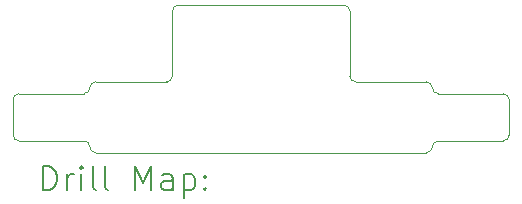
<source format=gbr>
%TF.GenerationSoftware,KiCad,Pcbnew,7.0.8*%
%TF.CreationDate,2023-11-05T18:16:59+01:00*%
%TF.ProjectId,battery-protection,62617474-6572-4792-9d70-726f74656374,2*%
%TF.SameCoordinates,Original*%
%TF.FileFunction,Drillmap*%
%TF.FilePolarity,Positive*%
%FSLAX45Y45*%
G04 Gerber Fmt 4.5, Leading zero omitted, Abs format (unit mm)*
G04 Created by KiCad (PCBNEW 7.0.8) date 2023-11-05 18:16:59*
%MOMM*%
%LPD*%
G01*
G04 APERTURE LIST*
%ADD10C,0.100000*%
%ADD11C,0.200000*%
G04 APERTURE END LIST*
D10*
X16000000Y-10000000D02*
G75*
G03*
X16050000Y-9950000I0J50000D01*
G01*
X16700000Y-9550000D02*
G75*
G03*
X16650000Y-9500000I-50000J0D01*
G01*
X13900000Y-8750000D02*
X15300000Y-8750000D01*
X16650000Y-9900000D02*
X16100000Y-9900000D01*
X14600000Y-10000000D02*
X13200000Y-10000000D01*
X13100000Y-9500000D02*
G75*
G03*
X13150000Y-9450000I0J50000D01*
G01*
X15350000Y-8800000D02*
G75*
G03*
X15300000Y-8750000I-50000J0D01*
G01*
X12500000Y-9850000D02*
G75*
G03*
X12550000Y-9900000I50000J0D01*
G01*
X12550000Y-9500000D02*
G75*
G03*
X12500000Y-9550000I0J-50000D01*
G01*
X13200000Y-9400000D02*
X13800000Y-9400000D01*
X13800000Y-9400000D02*
G75*
G03*
X13850000Y-9350000I0J50000D01*
G01*
X16650000Y-9900000D02*
G75*
G03*
X16700000Y-9850000I0J50000D01*
G01*
X13200000Y-9400000D02*
G75*
G03*
X13150000Y-9450000I0J-50000D01*
G01*
X12550000Y-9900000D02*
X13100000Y-9900000D01*
X16050000Y-9450000D02*
G75*
G03*
X16100000Y-9500000I50000J0D01*
G01*
X15350000Y-9350000D02*
G75*
G03*
X15400000Y-9400000I50000J0D01*
G01*
X16700000Y-9550000D02*
X16700000Y-9850000D01*
X13850000Y-9350000D02*
X13850000Y-8800000D01*
X16000000Y-9400000D02*
X15400000Y-9400000D01*
X13150000Y-9950000D02*
G75*
G03*
X13100000Y-9900000I-50000J0D01*
G01*
X13900000Y-8750000D02*
G75*
G03*
X13850000Y-8800000I0J-50000D01*
G01*
X14600000Y-10000000D02*
X16000000Y-10000000D01*
X16100000Y-9900000D02*
G75*
G03*
X16050000Y-9950000I0J-50000D01*
G01*
X13150000Y-9950000D02*
G75*
G03*
X13200000Y-10000000I50000J0D01*
G01*
X13100000Y-9500000D02*
X12550000Y-9500000D01*
X12500000Y-9550000D02*
X12500000Y-9850000D01*
X16050000Y-9450000D02*
G75*
G03*
X16000000Y-9400000I-50000J0D01*
G01*
X15350000Y-9350000D02*
X15350000Y-8800000D01*
X16100000Y-9500000D02*
X16650000Y-9500000D01*
D11*
X12755777Y-10316484D02*
X12755777Y-10116484D01*
X12755777Y-10116484D02*
X12803396Y-10116484D01*
X12803396Y-10116484D02*
X12831967Y-10126008D01*
X12831967Y-10126008D02*
X12851015Y-10145055D01*
X12851015Y-10145055D02*
X12860539Y-10164103D01*
X12860539Y-10164103D02*
X12870062Y-10202198D01*
X12870062Y-10202198D02*
X12870062Y-10230770D01*
X12870062Y-10230770D02*
X12860539Y-10268865D01*
X12860539Y-10268865D02*
X12851015Y-10287912D01*
X12851015Y-10287912D02*
X12831967Y-10306960D01*
X12831967Y-10306960D02*
X12803396Y-10316484D01*
X12803396Y-10316484D02*
X12755777Y-10316484D01*
X12955777Y-10316484D02*
X12955777Y-10183150D01*
X12955777Y-10221246D02*
X12965301Y-10202198D01*
X12965301Y-10202198D02*
X12974824Y-10192674D01*
X12974824Y-10192674D02*
X12993872Y-10183150D01*
X12993872Y-10183150D02*
X13012920Y-10183150D01*
X13079586Y-10316484D02*
X13079586Y-10183150D01*
X13079586Y-10116484D02*
X13070062Y-10126008D01*
X13070062Y-10126008D02*
X13079586Y-10135531D01*
X13079586Y-10135531D02*
X13089110Y-10126008D01*
X13089110Y-10126008D02*
X13079586Y-10116484D01*
X13079586Y-10116484D02*
X13079586Y-10135531D01*
X13203396Y-10316484D02*
X13184348Y-10306960D01*
X13184348Y-10306960D02*
X13174824Y-10287912D01*
X13174824Y-10287912D02*
X13174824Y-10116484D01*
X13308158Y-10316484D02*
X13289110Y-10306960D01*
X13289110Y-10306960D02*
X13279586Y-10287912D01*
X13279586Y-10287912D02*
X13279586Y-10116484D01*
X13536729Y-10316484D02*
X13536729Y-10116484D01*
X13536729Y-10116484D02*
X13603396Y-10259341D01*
X13603396Y-10259341D02*
X13670062Y-10116484D01*
X13670062Y-10116484D02*
X13670062Y-10316484D01*
X13851015Y-10316484D02*
X13851015Y-10211722D01*
X13851015Y-10211722D02*
X13841491Y-10192674D01*
X13841491Y-10192674D02*
X13822443Y-10183150D01*
X13822443Y-10183150D02*
X13784348Y-10183150D01*
X13784348Y-10183150D02*
X13765301Y-10192674D01*
X13851015Y-10306960D02*
X13831967Y-10316484D01*
X13831967Y-10316484D02*
X13784348Y-10316484D01*
X13784348Y-10316484D02*
X13765301Y-10306960D01*
X13765301Y-10306960D02*
X13755777Y-10287912D01*
X13755777Y-10287912D02*
X13755777Y-10268865D01*
X13755777Y-10268865D02*
X13765301Y-10249817D01*
X13765301Y-10249817D02*
X13784348Y-10240293D01*
X13784348Y-10240293D02*
X13831967Y-10240293D01*
X13831967Y-10240293D02*
X13851015Y-10230770D01*
X13946253Y-10183150D02*
X13946253Y-10383150D01*
X13946253Y-10192674D02*
X13965301Y-10183150D01*
X13965301Y-10183150D02*
X14003396Y-10183150D01*
X14003396Y-10183150D02*
X14022443Y-10192674D01*
X14022443Y-10192674D02*
X14031967Y-10202198D01*
X14031967Y-10202198D02*
X14041491Y-10221246D01*
X14041491Y-10221246D02*
X14041491Y-10278389D01*
X14041491Y-10278389D02*
X14031967Y-10297436D01*
X14031967Y-10297436D02*
X14022443Y-10306960D01*
X14022443Y-10306960D02*
X14003396Y-10316484D01*
X14003396Y-10316484D02*
X13965301Y-10316484D01*
X13965301Y-10316484D02*
X13946253Y-10306960D01*
X14127205Y-10297436D02*
X14136729Y-10306960D01*
X14136729Y-10306960D02*
X14127205Y-10316484D01*
X14127205Y-10316484D02*
X14117682Y-10306960D01*
X14117682Y-10306960D02*
X14127205Y-10297436D01*
X14127205Y-10297436D02*
X14127205Y-10316484D01*
X14127205Y-10192674D02*
X14136729Y-10202198D01*
X14136729Y-10202198D02*
X14127205Y-10211722D01*
X14127205Y-10211722D02*
X14117682Y-10202198D01*
X14117682Y-10202198D02*
X14127205Y-10192674D01*
X14127205Y-10192674D02*
X14127205Y-10211722D01*
M02*

</source>
